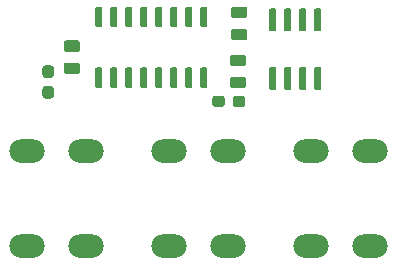
<source format=gbr>
%TF.GenerationSoftware,KiCad,Pcbnew,(5.1.5)-3*%
%TF.CreationDate,2021-03-01T19:21:26+01:00*%
%TF.ProjectId,LandstromWarnung,4c616e64-7374-4726-9f6d-5761726e756e,rev?*%
%TF.SameCoordinates,Original*%
%TF.FileFunction,Paste,Top*%
%TF.FilePolarity,Positive*%
%FSLAX46Y46*%
G04 Gerber Fmt 4.6, Leading zero omitted, Abs format (unit mm)*
G04 Created by KiCad (PCBNEW (5.1.5)-3) date 2021-03-01 19:21:26*
%MOMM*%
%LPD*%
G04 APERTURE LIST*
%ADD10O,3.000000X2.000000*%
%ADD11C,0.100000*%
G04 APERTURE END LIST*
D10*
%TO.C,J3*%
X44500000Y-32000000D03*
X39500000Y-32000000D03*
%TD*%
%TO.C,J7*%
X32500000Y-24000000D03*
X27500000Y-24000000D03*
%TD*%
%TO.C,J8*%
X32500000Y-32000000D03*
X27500000Y-32000000D03*
%TD*%
%TO.C,J9*%
X20500000Y-24000000D03*
X15500000Y-24000000D03*
%TD*%
%TO.C,J10*%
X20500000Y-32000000D03*
X15500000Y-32000000D03*
%TD*%
%TO.C,J11*%
X44500000Y-24000000D03*
X39500000Y-24000000D03*
%TD*%
D11*
%TO.C,F2*%
G36*
X17532779Y-16722744D02*
G01*
X17555834Y-16726163D01*
X17578443Y-16731827D01*
X17600387Y-16739679D01*
X17621457Y-16749644D01*
X17641448Y-16761626D01*
X17660168Y-16775510D01*
X17677438Y-16791162D01*
X17693090Y-16808432D01*
X17706974Y-16827152D01*
X17718956Y-16847143D01*
X17728921Y-16868213D01*
X17736773Y-16890157D01*
X17742437Y-16912766D01*
X17745856Y-16935821D01*
X17747000Y-16959100D01*
X17747000Y-17534100D01*
X17745856Y-17557379D01*
X17742437Y-17580434D01*
X17736773Y-17603043D01*
X17728921Y-17624987D01*
X17718956Y-17646057D01*
X17706974Y-17666048D01*
X17693090Y-17684768D01*
X17677438Y-17702038D01*
X17660168Y-17717690D01*
X17641448Y-17731574D01*
X17621457Y-17743556D01*
X17600387Y-17753521D01*
X17578443Y-17761373D01*
X17555834Y-17767037D01*
X17532779Y-17770456D01*
X17509500Y-17771600D01*
X17034500Y-17771600D01*
X17011221Y-17770456D01*
X16988166Y-17767037D01*
X16965557Y-17761373D01*
X16943613Y-17753521D01*
X16922543Y-17743556D01*
X16902552Y-17731574D01*
X16883832Y-17717690D01*
X16866562Y-17702038D01*
X16850910Y-17684768D01*
X16837026Y-17666048D01*
X16825044Y-17646057D01*
X16815079Y-17624987D01*
X16807227Y-17603043D01*
X16801563Y-17580434D01*
X16798144Y-17557379D01*
X16797000Y-17534100D01*
X16797000Y-16959100D01*
X16798144Y-16935821D01*
X16801563Y-16912766D01*
X16807227Y-16890157D01*
X16815079Y-16868213D01*
X16825044Y-16847143D01*
X16837026Y-16827152D01*
X16850910Y-16808432D01*
X16866562Y-16791162D01*
X16883832Y-16775510D01*
X16902552Y-16761626D01*
X16922543Y-16749644D01*
X16943613Y-16739679D01*
X16965557Y-16731827D01*
X16988166Y-16726163D01*
X17011221Y-16722744D01*
X17034500Y-16721600D01*
X17509500Y-16721600D01*
X17532779Y-16722744D01*
G37*
G36*
X17532779Y-18472744D02*
G01*
X17555834Y-18476163D01*
X17578443Y-18481827D01*
X17600387Y-18489679D01*
X17621457Y-18499644D01*
X17641448Y-18511626D01*
X17660168Y-18525510D01*
X17677438Y-18541162D01*
X17693090Y-18558432D01*
X17706974Y-18577152D01*
X17718956Y-18597143D01*
X17728921Y-18618213D01*
X17736773Y-18640157D01*
X17742437Y-18662766D01*
X17745856Y-18685821D01*
X17747000Y-18709100D01*
X17747000Y-19284100D01*
X17745856Y-19307379D01*
X17742437Y-19330434D01*
X17736773Y-19353043D01*
X17728921Y-19374987D01*
X17718956Y-19396057D01*
X17706974Y-19416048D01*
X17693090Y-19434768D01*
X17677438Y-19452038D01*
X17660168Y-19467690D01*
X17641448Y-19481574D01*
X17621457Y-19493556D01*
X17600387Y-19503521D01*
X17578443Y-19511373D01*
X17555834Y-19517037D01*
X17532779Y-19520456D01*
X17509500Y-19521600D01*
X17034500Y-19521600D01*
X17011221Y-19520456D01*
X16988166Y-19517037D01*
X16965557Y-19511373D01*
X16943613Y-19503521D01*
X16922543Y-19493556D01*
X16902552Y-19481574D01*
X16883832Y-19467690D01*
X16866562Y-19452038D01*
X16850910Y-19434768D01*
X16837026Y-19416048D01*
X16825044Y-19396057D01*
X16815079Y-19374987D01*
X16807227Y-19353043D01*
X16801563Y-19330434D01*
X16798144Y-19307379D01*
X16797000Y-19284100D01*
X16797000Y-18709100D01*
X16798144Y-18685821D01*
X16801563Y-18662766D01*
X16807227Y-18640157D01*
X16815079Y-18618213D01*
X16825044Y-18597143D01*
X16837026Y-18577152D01*
X16850910Y-18558432D01*
X16866562Y-18541162D01*
X16883832Y-18525510D01*
X16902552Y-18511626D01*
X16922543Y-18499644D01*
X16943613Y-18489679D01*
X16965557Y-18481827D01*
X16988166Y-18476163D01*
X17011221Y-18472744D01*
X17034500Y-18471600D01*
X17509500Y-18471600D01*
X17532779Y-18472744D01*
G37*
%TD*%
%TO.C,F1*%
G36*
X32009979Y-19287344D02*
G01*
X32033034Y-19290763D01*
X32055643Y-19296427D01*
X32077587Y-19304279D01*
X32098657Y-19314244D01*
X32118648Y-19326226D01*
X32137368Y-19340110D01*
X32154638Y-19355762D01*
X32170290Y-19373032D01*
X32184174Y-19391752D01*
X32196156Y-19411743D01*
X32206121Y-19432813D01*
X32213973Y-19454757D01*
X32219637Y-19477366D01*
X32223056Y-19500421D01*
X32224200Y-19523700D01*
X32224200Y-19998700D01*
X32223056Y-20021979D01*
X32219637Y-20045034D01*
X32213973Y-20067643D01*
X32206121Y-20089587D01*
X32196156Y-20110657D01*
X32184174Y-20130648D01*
X32170290Y-20149368D01*
X32154638Y-20166638D01*
X32137368Y-20182290D01*
X32118648Y-20196174D01*
X32098657Y-20208156D01*
X32077587Y-20218121D01*
X32055643Y-20225973D01*
X32033034Y-20231637D01*
X32009979Y-20235056D01*
X31986700Y-20236200D01*
X31411700Y-20236200D01*
X31388421Y-20235056D01*
X31365366Y-20231637D01*
X31342757Y-20225973D01*
X31320813Y-20218121D01*
X31299743Y-20208156D01*
X31279752Y-20196174D01*
X31261032Y-20182290D01*
X31243762Y-20166638D01*
X31228110Y-20149368D01*
X31214226Y-20130648D01*
X31202244Y-20110657D01*
X31192279Y-20089587D01*
X31184427Y-20067643D01*
X31178763Y-20045034D01*
X31175344Y-20021979D01*
X31174200Y-19998700D01*
X31174200Y-19523700D01*
X31175344Y-19500421D01*
X31178763Y-19477366D01*
X31184427Y-19454757D01*
X31192279Y-19432813D01*
X31202244Y-19411743D01*
X31214226Y-19391752D01*
X31228110Y-19373032D01*
X31243762Y-19355762D01*
X31261032Y-19340110D01*
X31279752Y-19326226D01*
X31299743Y-19314244D01*
X31320813Y-19304279D01*
X31342757Y-19296427D01*
X31365366Y-19290763D01*
X31388421Y-19287344D01*
X31411700Y-19286200D01*
X31986700Y-19286200D01*
X32009979Y-19287344D01*
G37*
G36*
X33759979Y-19287344D02*
G01*
X33783034Y-19290763D01*
X33805643Y-19296427D01*
X33827587Y-19304279D01*
X33848657Y-19314244D01*
X33868648Y-19326226D01*
X33887368Y-19340110D01*
X33904638Y-19355762D01*
X33920290Y-19373032D01*
X33934174Y-19391752D01*
X33946156Y-19411743D01*
X33956121Y-19432813D01*
X33963973Y-19454757D01*
X33969637Y-19477366D01*
X33973056Y-19500421D01*
X33974200Y-19523700D01*
X33974200Y-19998700D01*
X33973056Y-20021979D01*
X33969637Y-20045034D01*
X33963973Y-20067643D01*
X33956121Y-20089587D01*
X33946156Y-20110657D01*
X33934174Y-20130648D01*
X33920290Y-20149368D01*
X33904638Y-20166638D01*
X33887368Y-20182290D01*
X33868648Y-20196174D01*
X33848657Y-20208156D01*
X33827587Y-20218121D01*
X33805643Y-20225973D01*
X33783034Y-20231637D01*
X33759979Y-20235056D01*
X33736700Y-20236200D01*
X33161700Y-20236200D01*
X33138421Y-20235056D01*
X33115366Y-20231637D01*
X33092757Y-20225973D01*
X33070813Y-20218121D01*
X33049743Y-20208156D01*
X33029752Y-20196174D01*
X33011032Y-20182290D01*
X32993762Y-20166638D01*
X32978110Y-20149368D01*
X32964226Y-20130648D01*
X32952244Y-20110657D01*
X32942279Y-20089587D01*
X32934427Y-20067643D01*
X32928763Y-20045034D01*
X32925344Y-20021979D01*
X32924200Y-19998700D01*
X32924200Y-19523700D01*
X32925344Y-19500421D01*
X32928763Y-19477366D01*
X32934427Y-19454757D01*
X32942279Y-19432813D01*
X32952244Y-19411743D01*
X32964226Y-19391752D01*
X32978110Y-19373032D01*
X32993762Y-19355762D01*
X33011032Y-19340110D01*
X33029752Y-19326226D01*
X33049743Y-19314244D01*
X33070813Y-19304279D01*
X33092757Y-19296427D01*
X33115366Y-19290763D01*
X33138421Y-19287344D01*
X33161700Y-19286200D01*
X33736700Y-19286200D01*
X33759979Y-19287344D01*
G37*
%TD*%
%TO.C,Q2*%
G36*
X40271303Y-11892322D02*
G01*
X40285864Y-11894482D01*
X40300143Y-11898059D01*
X40314003Y-11903018D01*
X40327310Y-11909312D01*
X40339936Y-11916880D01*
X40351759Y-11925648D01*
X40362666Y-11935534D01*
X40372552Y-11946441D01*
X40381320Y-11958264D01*
X40388888Y-11970890D01*
X40395182Y-11984197D01*
X40400141Y-11998057D01*
X40403718Y-12012336D01*
X40405878Y-12026897D01*
X40406600Y-12041600D01*
X40406600Y-13691600D01*
X40405878Y-13706303D01*
X40403718Y-13720864D01*
X40400141Y-13735143D01*
X40395182Y-13749003D01*
X40388888Y-13762310D01*
X40381320Y-13774936D01*
X40372552Y-13786759D01*
X40362666Y-13797666D01*
X40351759Y-13807552D01*
X40339936Y-13816320D01*
X40327310Y-13823888D01*
X40314003Y-13830182D01*
X40300143Y-13835141D01*
X40285864Y-13838718D01*
X40271303Y-13840878D01*
X40256600Y-13841600D01*
X39956600Y-13841600D01*
X39941897Y-13840878D01*
X39927336Y-13838718D01*
X39913057Y-13835141D01*
X39899197Y-13830182D01*
X39885890Y-13823888D01*
X39873264Y-13816320D01*
X39861441Y-13807552D01*
X39850534Y-13797666D01*
X39840648Y-13786759D01*
X39831880Y-13774936D01*
X39824312Y-13762310D01*
X39818018Y-13749003D01*
X39813059Y-13735143D01*
X39809482Y-13720864D01*
X39807322Y-13706303D01*
X39806600Y-13691600D01*
X39806600Y-12041600D01*
X39807322Y-12026897D01*
X39809482Y-12012336D01*
X39813059Y-11998057D01*
X39818018Y-11984197D01*
X39824312Y-11970890D01*
X39831880Y-11958264D01*
X39840648Y-11946441D01*
X39850534Y-11935534D01*
X39861441Y-11925648D01*
X39873264Y-11916880D01*
X39885890Y-11909312D01*
X39899197Y-11903018D01*
X39913057Y-11898059D01*
X39927336Y-11894482D01*
X39941897Y-11892322D01*
X39956600Y-11891600D01*
X40256600Y-11891600D01*
X40271303Y-11892322D01*
G37*
G36*
X39001303Y-11892322D02*
G01*
X39015864Y-11894482D01*
X39030143Y-11898059D01*
X39044003Y-11903018D01*
X39057310Y-11909312D01*
X39069936Y-11916880D01*
X39081759Y-11925648D01*
X39092666Y-11935534D01*
X39102552Y-11946441D01*
X39111320Y-11958264D01*
X39118888Y-11970890D01*
X39125182Y-11984197D01*
X39130141Y-11998057D01*
X39133718Y-12012336D01*
X39135878Y-12026897D01*
X39136600Y-12041600D01*
X39136600Y-13691600D01*
X39135878Y-13706303D01*
X39133718Y-13720864D01*
X39130141Y-13735143D01*
X39125182Y-13749003D01*
X39118888Y-13762310D01*
X39111320Y-13774936D01*
X39102552Y-13786759D01*
X39092666Y-13797666D01*
X39081759Y-13807552D01*
X39069936Y-13816320D01*
X39057310Y-13823888D01*
X39044003Y-13830182D01*
X39030143Y-13835141D01*
X39015864Y-13838718D01*
X39001303Y-13840878D01*
X38986600Y-13841600D01*
X38686600Y-13841600D01*
X38671897Y-13840878D01*
X38657336Y-13838718D01*
X38643057Y-13835141D01*
X38629197Y-13830182D01*
X38615890Y-13823888D01*
X38603264Y-13816320D01*
X38591441Y-13807552D01*
X38580534Y-13797666D01*
X38570648Y-13786759D01*
X38561880Y-13774936D01*
X38554312Y-13762310D01*
X38548018Y-13749003D01*
X38543059Y-13735143D01*
X38539482Y-13720864D01*
X38537322Y-13706303D01*
X38536600Y-13691600D01*
X38536600Y-12041600D01*
X38537322Y-12026897D01*
X38539482Y-12012336D01*
X38543059Y-11998057D01*
X38548018Y-11984197D01*
X38554312Y-11970890D01*
X38561880Y-11958264D01*
X38570648Y-11946441D01*
X38580534Y-11935534D01*
X38591441Y-11925648D01*
X38603264Y-11916880D01*
X38615890Y-11909312D01*
X38629197Y-11903018D01*
X38643057Y-11898059D01*
X38657336Y-11894482D01*
X38671897Y-11892322D01*
X38686600Y-11891600D01*
X38986600Y-11891600D01*
X39001303Y-11892322D01*
G37*
G36*
X37731303Y-11892322D02*
G01*
X37745864Y-11894482D01*
X37760143Y-11898059D01*
X37774003Y-11903018D01*
X37787310Y-11909312D01*
X37799936Y-11916880D01*
X37811759Y-11925648D01*
X37822666Y-11935534D01*
X37832552Y-11946441D01*
X37841320Y-11958264D01*
X37848888Y-11970890D01*
X37855182Y-11984197D01*
X37860141Y-11998057D01*
X37863718Y-12012336D01*
X37865878Y-12026897D01*
X37866600Y-12041600D01*
X37866600Y-13691600D01*
X37865878Y-13706303D01*
X37863718Y-13720864D01*
X37860141Y-13735143D01*
X37855182Y-13749003D01*
X37848888Y-13762310D01*
X37841320Y-13774936D01*
X37832552Y-13786759D01*
X37822666Y-13797666D01*
X37811759Y-13807552D01*
X37799936Y-13816320D01*
X37787310Y-13823888D01*
X37774003Y-13830182D01*
X37760143Y-13835141D01*
X37745864Y-13838718D01*
X37731303Y-13840878D01*
X37716600Y-13841600D01*
X37416600Y-13841600D01*
X37401897Y-13840878D01*
X37387336Y-13838718D01*
X37373057Y-13835141D01*
X37359197Y-13830182D01*
X37345890Y-13823888D01*
X37333264Y-13816320D01*
X37321441Y-13807552D01*
X37310534Y-13797666D01*
X37300648Y-13786759D01*
X37291880Y-13774936D01*
X37284312Y-13762310D01*
X37278018Y-13749003D01*
X37273059Y-13735143D01*
X37269482Y-13720864D01*
X37267322Y-13706303D01*
X37266600Y-13691600D01*
X37266600Y-12041600D01*
X37267322Y-12026897D01*
X37269482Y-12012336D01*
X37273059Y-11998057D01*
X37278018Y-11984197D01*
X37284312Y-11970890D01*
X37291880Y-11958264D01*
X37300648Y-11946441D01*
X37310534Y-11935534D01*
X37321441Y-11925648D01*
X37333264Y-11916880D01*
X37345890Y-11909312D01*
X37359197Y-11903018D01*
X37373057Y-11898059D01*
X37387336Y-11894482D01*
X37401897Y-11892322D01*
X37416600Y-11891600D01*
X37716600Y-11891600D01*
X37731303Y-11892322D01*
G37*
G36*
X36461303Y-11892322D02*
G01*
X36475864Y-11894482D01*
X36490143Y-11898059D01*
X36504003Y-11903018D01*
X36517310Y-11909312D01*
X36529936Y-11916880D01*
X36541759Y-11925648D01*
X36552666Y-11935534D01*
X36562552Y-11946441D01*
X36571320Y-11958264D01*
X36578888Y-11970890D01*
X36585182Y-11984197D01*
X36590141Y-11998057D01*
X36593718Y-12012336D01*
X36595878Y-12026897D01*
X36596600Y-12041600D01*
X36596600Y-13691600D01*
X36595878Y-13706303D01*
X36593718Y-13720864D01*
X36590141Y-13735143D01*
X36585182Y-13749003D01*
X36578888Y-13762310D01*
X36571320Y-13774936D01*
X36562552Y-13786759D01*
X36552666Y-13797666D01*
X36541759Y-13807552D01*
X36529936Y-13816320D01*
X36517310Y-13823888D01*
X36504003Y-13830182D01*
X36490143Y-13835141D01*
X36475864Y-13838718D01*
X36461303Y-13840878D01*
X36446600Y-13841600D01*
X36146600Y-13841600D01*
X36131897Y-13840878D01*
X36117336Y-13838718D01*
X36103057Y-13835141D01*
X36089197Y-13830182D01*
X36075890Y-13823888D01*
X36063264Y-13816320D01*
X36051441Y-13807552D01*
X36040534Y-13797666D01*
X36030648Y-13786759D01*
X36021880Y-13774936D01*
X36014312Y-13762310D01*
X36008018Y-13749003D01*
X36003059Y-13735143D01*
X35999482Y-13720864D01*
X35997322Y-13706303D01*
X35996600Y-13691600D01*
X35996600Y-12041600D01*
X35997322Y-12026897D01*
X35999482Y-12012336D01*
X36003059Y-11998057D01*
X36008018Y-11984197D01*
X36014312Y-11970890D01*
X36021880Y-11958264D01*
X36030648Y-11946441D01*
X36040534Y-11935534D01*
X36051441Y-11925648D01*
X36063264Y-11916880D01*
X36075890Y-11909312D01*
X36089197Y-11903018D01*
X36103057Y-11898059D01*
X36117336Y-11894482D01*
X36131897Y-11892322D01*
X36146600Y-11891600D01*
X36446600Y-11891600D01*
X36461303Y-11892322D01*
G37*
G36*
X36461303Y-16842322D02*
G01*
X36475864Y-16844482D01*
X36490143Y-16848059D01*
X36504003Y-16853018D01*
X36517310Y-16859312D01*
X36529936Y-16866880D01*
X36541759Y-16875648D01*
X36552666Y-16885534D01*
X36562552Y-16896441D01*
X36571320Y-16908264D01*
X36578888Y-16920890D01*
X36585182Y-16934197D01*
X36590141Y-16948057D01*
X36593718Y-16962336D01*
X36595878Y-16976897D01*
X36596600Y-16991600D01*
X36596600Y-18641600D01*
X36595878Y-18656303D01*
X36593718Y-18670864D01*
X36590141Y-18685143D01*
X36585182Y-18699003D01*
X36578888Y-18712310D01*
X36571320Y-18724936D01*
X36562552Y-18736759D01*
X36552666Y-18747666D01*
X36541759Y-18757552D01*
X36529936Y-18766320D01*
X36517310Y-18773888D01*
X36504003Y-18780182D01*
X36490143Y-18785141D01*
X36475864Y-18788718D01*
X36461303Y-18790878D01*
X36446600Y-18791600D01*
X36146600Y-18791600D01*
X36131897Y-18790878D01*
X36117336Y-18788718D01*
X36103057Y-18785141D01*
X36089197Y-18780182D01*
X36075890Y-18773888D01*
X36063264Y-18766320D01*
X36051441Y-18757552D01*
X36040534Y-18747666D01*
X36030648Y-18736759D01*
X36021880Y-18724936D01*
X36014312Y-18712310D01*
X36008018Y-18699003D01*
X36003059Y-18685143D01*
X35999482Y-18670864D01*
X35997322Y-18656303D01*
X35996600Y-18641600D01*
X35996600Y-16991600D01*
X35997322Y-16976897D01*
X35999482Y-16962336D01*
X36003059Y-16948057D01*
X36008018Y-16934197D01*
X36014312Y-16920890D01*
X36021880Y-16908264D01*
X36030648Y-16896441D01*
X36040534Y-16885534D01*
X36051441Y-16875648D01*
X36063264Y-16866880D01*
X36075890Y-16859312D01*
X36089197Y-16853018D01*
X36103057Y-16848059D01*
X36117336Y-16844482D01*
X36131897Y-16842322D01*
X36146600Y-16841600D01*
X36446600Y-16841600D01*
X36461303Y-16842322D01*
G37*
G36*
X37731303Y-16842322D02*
G01*
X37745864Y-16844482D01*
X37760143Y-16848059D01*
X37774003Y-16853018D01*
X37787310Y-16859312D01*
X37799936Y-16866880D01*
X37811759Y-16875648D01*
X37822666Y-16885534D01*
X37832552Y-16896441D01*
X37841320Y-16908264D01*
X37848888Y-16920890D01*
X37855182Y-16934197D01*
X37860141Y-16948057D01*
X37863718Y-16962336D01*
X37865878Y-16976897D01*
X37866600Y-16991600D01*
X37866600Y-18641600D01*
X37865878Y-18656303D01*
X37863718Y-18670864D01*
X37860141Y-18685143D01*
X37855182Y-18699003D01*
X37848888Y-18712310D01*
X37841320Y-18724936D01*
X37832552Y-18736759D01*
X37822666Y-18747666D01*
X37811759Y-18757552D01*
X37799936Y-18766320D01*
X37787310Y-18773888D01*
X37774003Y-18780182D01*
X37760143Y-18785141D01*
X37745864Y-18788718D01*
X37731303Y-18790878D01*
X37716600Y-18791600D01*
X37416600Y-18791600D01*
X37401897Y-18790878D01*
X37387336Y-18788718D01*
X37373057Y-18785141D01*
X37359197Y-18780182D01*
X37345890Y-18773888D01*
X37333264Y-18766320D01*
X37321441Y-18757552D01*
X37310534Y-18747666D01*
X37300648Y-18736759D01*
X37291880Y-18724936D01*
X37284312Y-18712310D01*
X37278018Y-18699003D01*
X37273059Y-18685143D01*
X37269482Y-18670864D01*
X37267322Y-18656303D01*
X37266600Y-18641600D01*
X37266600Y-16991600D01*
X37267322Y-16976897D01*
X37269482Y-16962336D01*
X37273059Y-16948057D01*
X37278018Y-16934197D01*
X37284312Y-16920890D01*
X37291880Y-16908264D01*
X37300648Y-16896441D01*
X37310534Y-16885534D01*
X37321441Y-16875648D01*
X37333264Y-16866880D01*
X37345890Y-16859312D01*
X37359197Y-16853018D01*
X37373057Y-16848059D01*
X37387336Y-16844482D01*
X37401897Y-16842322D01*
X37416600Y-16841600D01*
X37716600Y-16841600D01*
X37731303Y-16842322D01*
G37*
G36*
X39001303Y-16842322D02*
G01*
X39015864Y-16844482D01*
X39030143Y-16848059D01*
X39044003Y-16853018D01*
X39057310Y-16859312D01*
X39069936Y-16866880D01*
X39081759Y-16875648D01*
X39092666Y-16885534D01*
X39102552Y-16896441D01*
X39111320Y-16908264D01*
X39118888Y-16920890D01*
X39125182Y-16934197D01*
X39130141Y-16948057D01*
X39133718Y-16962336D01*
X39135878Y-16976897D01*
X39136600Y-16991600D01*
X39136600Y-18641600D01*
X39135878Y-18656303D01*
X39133718Y-18670864D01*
X39130141Y-18685143D01*
X39125182Y-18699003D01*
X39118888Y-18712310D01*
X39111320Y-18724936D01*
X39102552Y-18736759D01*
X39092666Y-18747666D01*
X39081759Y-18757552D01*
X39069936Y-18766320D01*
X39057310Y-18773888D01*
X39044003Y-18780182D01*
X39030143Y-18785141D01*
X39015864Y-18788718D01*
X39001303Y-18790878D01*
X38986600Y-18791600D01*
X38686600Y-18791600D01*
X38671897Y-18790878D01*
X38657336Y-18788718D01*
X38643057Y-18785141D01*
X38629197Y-18780182D01*
X38615890Y-18773888D01*
X38603264Y-18766320D01*
X38591441Y-18757552D01*
X38580534Y-18747666D01*
X38570648Y-18736759D01*
X38561880Y-18724936D01*
X38554312Y-18712310D01*
X38548018Y-18699003D01*
X38543059Y-18685143D01*
X38539482Y-18670864D01*
X38537322Y-18656303D01*
X38536600Y-18641600D01*
X38536600Y-16991600D01*
X38537322Y-16976897D01*
X38539482Y-16962336D01*
X38543059Y-16948057D01*
X38548018Y-16934197D01*
X38554312Y-16920890D01*
X38561880Y-16908264D01*
X38570648Y-16896441D01*
X38580534Y-16885534D01*
X38591441Y-16875648D01*
X38603264Y-16866880D01*
X38615890Y-16859312D01*
X38629197Y-16853018D01*
X38643057Y-16848059D01*
X38657336Y-16844482D01*
X38671897Y-16842322D01*
X38686600Y-16841600D01*
X38986600Y-16841600D01*
X39001303Y-16842322D01*
G37*
G36*
X40271303Y-16842322D02*
G01*
X40285864Y-16844482D01*
X40300143Y-16848059D01*
X40314003Y-16853018D01*
X40327310Y-16859312D01*
X40339936Y-16866880D01*
X40351759Y-16875648D01*
X40362666Y-16885534D01*
X40372552Y-16896441D01*
X40381320Y-16908264D01*
X40388888Y-16920890D01*
X40395182Y-16934197D01*
X40400141Y-16948057D01*
X40403718Y-16962336D01*
X40405878Y-16976897D01*
X40406600Y-16991600D01*
X40406600Y-18641600D01*
X40405878Y-18656303D01*
X40403718Y-18670864D01*
X40400141Y-18685143D01*
X40395182Y-18699003D01*
X40388888Y-18712310D01*
X40381320Y-18724936D01*
X40372552Y-18736759D01*
X40362666Y-18747666D01*
X40351759Y-18757552D01*
X40339936Y-18766320D01*
X40327310Y-18773888D01*
X40314003Y-18780182D01*
X40300143Y-18785141D01*
X40285864Y-18788718D01*
X40271303Y-18790878D01*
X40256600Y-18791600D01*
X39956600Y-18791600D01*
X39941897Y-18790878D01*
X39927336Y-18788718D01*
X39913057Y-18785141D01*
X39899197Y-18780182D01*
X39885890Y-18773888D01*
X39873264Y-18766320D01*
X39861441Y-18757552D01*
X39850534Y-18747666D01*
X39840648Y-18736759D01*
X39831880Y-18724936D01*
X39824312Y-18712310D01*
X39818018Y-18699003D01*
X39813059Y-18685143D01*
X39809482Y-18670864D01*
X39807322Y-18656303D01*
X39806600Y-18641600D01*
X39806600Y-16991600D01*
X39807322Y-16976897D01*
X39809482Y-16962336D01*
X39813059Y-16948057D01*
X39818018Y-16934197D01*
X39824312Y-16920890D01*
X39831880Y-16908264D01*
X39840648Y-16896441D01*
X39850534Y-16885534D01*
X39861441Y-16875648D01*
X39873264Y-16866880D01*
X39885890Y-16859312D01*
X39899197Y-16853018D01*
X39913057Y-16848059D01*
X39927336Y-16844482D01*
X39941897Y-16842322D01*
X39956600Y-16841600D01*
X40256600Y-16841600D01*
X40271303Y-16842322D01*
G37*
%TD*%
%TO.C,R4*%
G36*
X19758742Y-14601274D02*
G01*
X19782403Y-14604784D01*
X19805607Y-14610596D01*
X19828129Y-14618654D01*
X19849753Y-14628882D01*
X19870270Y-14641179D01*
X19889483Y-14655429D01*
X19907207Y-14671493D01*
X19923271Y-14689217D01*
X19937521Y-14708430D01*
X19949818Y-14728947D01*
X19960046Y-14750571D01*
X19968104Y-14773093D01*
X19973916Y-14796297D01*
X19977426Y-14819958D01*
X19978600Y-14843850D01*
X19978600Y-15331350D01*
X19977426Y-15355242D01*
X19973916Y-15378903D01*
X19968104Y-15402107D01*
X19960046Y-15424629D01*
X19949818Y-15446253D01*
X19937521Y-15466770D01*
X19923271Y-15485983D01*
X19907207Y-15503707D01*
X19889483Y-15519771D01*
X19870270Y-15534021D01*
X19849753Y-15546318D01*
X19828129Y-15556546D01*
X19805607Y-15564604D01*
X19782403Y-15570416D01*
X19758742Y-15573926D01*
X19734850Y-15575100D01*
X18822350Y-15575100D01*
X18798458Y-15573926D01*
X18774797Y-15570416D01*
X18751593Y-15564604D01*
X18729071Y-15556546D01*
X18707447Y-15546318D01*
X18686930Y-15534021D01*
X18667717Y-15519771D01*
X18649993Y-15503707D01*
X18633929Y-15485983D01*
X18619679Y-15466770D01*
X18607382Y-15446253D01*
X18597154Y-15424629D01*
X18589096Y-15402107D01*
X18583284Y-15378903D01*
X18579774Y-15355242D01*
X18578600Y-15331350D01*
X18578600Y-14843850D01*
X18579774Y-14819958D01*
X18583284Y-14796297D01*
X18589096Y-14773093D01*
X18597154Y-14750571D01*
X18607382Y-14728947D01*
X18619679Y-14708430D01*
X18633929Y-14689217D01*
X18649993Y-14671493D01*
X18667717Y-14655429D01*
X18686930Y-14641179D01*
X18707447Y-14628882D01*
X18729071Y-14618654D01*
X18751593Y-14610596D01*
X18774797Y-14604784D01*
X18798458Y-14601274D01*
X18822350Y-14600100D01*
X19734850Y-14600100D01*
X19758742Y-14601274D01*
G37*
G36*
X19758742Y-16476274D02*
G01*
X19782403Y-16479784D01*
X19805607Y-16485596D01*
X19828129Y-16493654D01*
X19849753Y-16503882D01*
X19870270Y-16516179D01*
X19889483Y-16530429D01*
X19907207Y-16546493D01*
X19923271Y-16564217D01*
X19937521Y-16583430D01*
X19949818Y-16603947D01*
X19960046Y-16625571D01*
X19968104Y-16648093D01*
X19973916Y-16671297D01*
X19977426Y-16694958D01*
X19978600Y-16718850D01*
X19978600Y-17206350D01*
X19977426Y-17230242D01*
X19973916Y-17253903D01*
X19968104Y-17277107D01*
X19960046Y-17299629D01*
X19949818Y-17321253D01*
X19937521Y-17341770D01*
X19923271Y-17360983D01*
X19907207Y-17378707D01*
X19889483Y-17394771D01*
X19870270Y-17409021D01*
X19849753Y-17421318D01*
X19828129Y-17431546D01*
X19805607Y-17439604D01*
X19782403Y-17445416D01*
X19758742Y-17448926D01*
X19734850Y-17450100D01*
X18822350Y-17450100D01*
X18798458Y-17448926D01*
X18774797Y-17445416D01*
X18751593Y-17439604D01*
X18729071Y-17431546D01*
X18707447Y-17421318D01*
X18686930Y-17409021D01*
X18667717Y-17394771D01*
X18649993Y-17378707D01*
X18633929Y-17360983D01*
X18619679Y-17341770D01*
X18607382Y-17321253D01*
X18597154Y-17299629D01*
X18589096Y-17277107D01*
X18583284Y-17253903D01*
X18579774Y-17230242D01*
X18578600Y-17206350D01*
X18578600Y-16718850D01*
X18579774Y-16694958D01*
X18583284Y-16671297D01*
X18589096Y-16648093D01*
X18597154Y-16625571D01*
X18607382Y-16603947D01*
X18619679Y-16583430D01*
X18633929Y-16564217D01*
X18649993Y-16546493D01*
X18667717Y-16530429D01*
X18686930Y-16516179D01*
X18707447Y-16503882D01*
X18729071Y-16493654D01*
X18751593Y-16485596D01*
X18774797Y-16479784D01*
X18798458Y-16476274D01*
X18822350Y-16475100D01*
X19734850Y-16475100D01*
X19758742Y-16476274D01*
G37*
%TD*%
%TO.C,R6*%
G36*
X33931942Y-13610674D02*
G01*
X33955603Y-13614184D01*
X33978807Y-13619996D01*
X34001329Y-13628054D01*
X34022953Y-13638282D01*
X34043470Y-13650579D01*
X34062683Y-13664829D01*
X34080407Y-13680893D01*
X34096471Y-13698617D01*
X34110721Y-13717830D01*
X34123018Y-13738347D01*
X34133246Y-13759971D01*
X34141304Y-13782493D01*
X34147116Y-13805697D01*
X34150626Y-13829358D01*
X34151800Y-13853250D01*
X34151800Y-14340750D01*
X34150626Y-14364642D01*
X34147116Y-14388303D01*
X34141304Y-14411507D01*
X34133246Y-14434029D01*
X34123018Y-14455653D01*
X34110721Y-14476170D01*
X34096471Y-14495383D01*
X34080407Y-14513107D01*
X34062683Y-14529171D01*
X34043470Y-14543421D01*
X34022953Y-14555718D01*
X34001329Y-14565946D01*
X33978807Y-14574004D01*
X33955603Y-14579816D01*
X33931942Y-14583326D01*
X33908050Y-14584500D01*
X32995550Y-14584500D01*
X32971658Y-14583326D01*
X32947997Y-14579816D01*
X32924793Y-14574004D01*
X32902271Y-14565946D01*
X32880647Y-14555718D01*
X32860130Y-14543421D01*
X32840917Y-14529171D01*
X32823193Y-14513107D01*
X32807129Y-14495383D01*
X32792879Y-14476170D01*
X32780582Y-14455653D01*
X32770354Y-14434029D01*
X32762296Y-14411507D01*
X32756484Y-14388303D01*
X32752974Y-14364642D01*
X32751800Y-14340750D01*
X32751800Y-13853250D01*
X32752974Y-13829358D01*
X32756484Y-13805697D01*
X32762296Y-13782493D01*
X32770354Y-13759971D01*
X32780582Y-13738347D01*
X32792879Y-13717830D01*
X32807129Y-13698617D01*
X32823193Y-13680893D01*
X32840917Y-13664829D01*
X32860130Y-13650579D01*
X32880647Y-13638282D01*
X32902271Y-13628054D01*
X32924793Y-13619996D01*
X32947997Y-13614184D01*
X32971658Y-13610674D01*
X32995550Y-13609500D01*
X33908050Y-13609500D01*
X33931942Y-13610674D01*
G37*
G36*
X33931942Y-11735674D02*
G01*
X33955603Y-11739184D01*
X33978807Y-11744996D01*
X34001329Y-11753054D01*
X34022953Y-11763282D01*
X34043470Y-11775579D01*
X34062683Y-11789829D01*
X34080407Y-11805893D01*
X34096471Y-11823617D01*
X34110721Y-11842830D01*
X34123018Y-11863347D01*
X34133246Y-11884971D01*
X34141304Y-11907493D01*
X34147116Y-11930697D01*
X34150626Y-11954358D01*
X34151800Y-11978250D01*
X34151800Y-12465750D01*
X34150626Y-12489642D01*
X34147116Y-12513303D01*
X34141304Y-12536507D01*
X34133246Y-12559029D01*
X34123018Y-12580653D01*
X34110721Y-12601170D01*
X34096471Y-12620383D01*
X34080407Y-12638107D01*
X34062683Y-12654171D01*
X34043470Y-12668421D01*
X34022953Y-12680718D01*
X34001329Y-12690946D01*
X33978807Y-12699004D01*
X33955603Y-12704816D01*
X33931942Y-12708326D01*
X33908050Y-12709500D01*
X32995550Y-12709500D01*
X32971658Y-12708326D01*
X32947997Y-12704816D01*
X32924793Y-12699004D01*
X32902271Y-12690946D01*
X32880647Y-12680718D01*
X32860130Y-12668421D01*
X32840917Y-12654171D01*
X32823193Y-12638107D01*
X32807129Y-12620383D01*
X32792879Y-12601170D01*
X32780582Y-12580653D01*
X32770354Y-12559029D01*
X32762296Y-12536507D01*
X32756484Y-12513303D01*
X32752974Y-12489642D01*
X32751800Y-12465750D01*
X32751800Y-11978250D01*
X32752974Y-11954358D01*
X32756484Y-11930697D01*
X32762296Y-11907493D01*
X32770354Y-11884971D01*
X32780582Y-11863347D01*
X32792879Y-11842830D01*
X32807129Y-11823617D01*
X32823193Y-11805893D01*
X32840917Y-11789829D01*
X32860130Y-11775579D01*
X32880647Y-11763282D01*
X32902271Y-11753054D01*
X32924793Y-11744996D01*
X32947997Y-11739184D01*
X32971658Y-11735674D01*
X32995550Y-11734500D01*
X33908050Y-11734500D01*
X33931942Y-11735674D01*
G37*
%TD*%
%TO.C,R8*%
G36*
X33830342Y-17674674D02*
G01*
X33854003Y-17678184D01*
X33877207Y-17683996D01*
X33899729Y-17692054D01*
X33921353Y-17702282D01*
X33941870Y-17714579D01*
X33961083Y-17728829D01*
X33978807Y-17744893D01*
X33994871Y-17762617D01*
X34009121Y-17781830D01*
X34021418Y-17802347D01*
X34031646Y-17823971D01*
X34039704Y-17846493D01*
X34045516Y-17869697D01*
X34049026Y-17893358D01*
X34050200Y-17917250D01*
X34050200Y-18404750D01*
X34049026Y-18428642D01*
X34045516Y-18452303D01*
X34039704Y-18475507D01*
X34031646Y-18498029D01*
X34021418Y-18519653D01*
X34009121Y-18540170D01*
X33994871Y-18559383D01*
X33978807Y-18577107D01*
X33961083Y-18593171D01*
X33941870Y-18607421D01*
X33921353Y-18619718D01*
X33899729Y-18629946D01*
X33877207Y-18638004D01*
X33854003Y-18643816D01*
X33830342Y-18647326D01*
X33806450Y-18648500D01*
X32893950Y-18648500D01*
X32870058Y-18647326D01*
X32846397Y-18643816D01*
X32823193Y-18638004D01*
X32800671Y-18629946D01*
X32779047Y-18619718D01*
X32758530Y-18607421D01*
X32739317Y-18593171D01*
X32721593Y-18577107D01*
X32705529Y-18559383D01*
X32691279Y-18540170D01*
X32678982Y-18519653D01*
X32668754Y-18498029D01*
X32660696Y-18475507D01*
X32654884Y-18452303D01*
X32651374Y-18428642D01*
X32650200Y-18404750D01*
X32650200Y-17917250D01*
X32651374Y-17893358D01*
X32654884Y-17869697D01*
X32660696Y-17846493D01*
X32668754Y-17823971D01*
X32678982Y-17802347D01*
X32691279Y-17781830D01*
X32705529Y-17762617D01*
X32721593Y-17744893D01*
X32739317Y-17728829D01*
X32758530Y-17714579D01*
X32779047Y-17702282D01*
X32800671Y-17692054D01*
X32823193Y-17683996D01*
X32846397Y-17678184D01*
X32870058Y-17674674D01*
X32893950Y-17673500D01*
X33806450Y-17673500D01*
X33830342Y-17674674D01*
G37*
G36*
X33830342Y-15799674D02*
G01*
X33854003Y-15803184D01*
X33877207Y-15808996D01*
X33899729Y-15817054D01*
X33921353Y-15827282D01*
X33941870Y-15839579D01*
X33961083Y-15853829D01*
X33978807Y-15869893D01*
X33994871Y-15887617D01*
X34009121Y-15906830D01*
X34021418Y-15927347D01*
X34031646Y-15948971D01*
X34039704Y-15971493D01*
X34045516Y-15994697D01*
X34049026Y-16018358D01*
X34050200Y-16042250D01*
X34050200Y-16529750D01*
X34049026Y-16553642D01*
X34045516Y-16577303D01*
X34039704Y-16600507D01*
X34031646Y-16623029D01*
X34021418Y-16644653D01*
X34009121Y-16665170D01*
X33994871Y-16684383D01*
X33978807Y-16702107D01*
X33961083Y-16718171D01*
X33941870Y-16732421D01*
X33921353Y-16744718D01*
X33899729Y-16754946D01*
X33877207Y-16763004D01*
X33854003Y-16768816D01*
X33830342Y-16772326D01*
X33806450Y-16773500D01*
X32893950Y-16773500D01*
X32870058Y-16772326D01*
X32846397Y-16768816D01*
X32823193Y-16763004D01*
X32800671Y-16754946D01*
X32779047Y-16744718D01*
X32758530Y-16732421D01*
X32739317Y-16718171D01*
X32721593Y-16702107D01*
X32705529Y-16684383D01*
X32691279Y-16665170D01*
X32678982Y-16644653D01*
X32668754Y-16623029D01*
X32660696Y-16600507D01*
X32654884Y-16577303D01*
X32651374Y-16553642D01*
X32650200Y-16529750D01*
X32650200Y-16042250D01*
X32651374Y-16018358D01*
X32654884Y-15994697D01*
X32660696Y-15971493D01*
X32668754Y-15948971D01*
X32678982Y-15927347D01*
X32691279Y-15906830D01*
X32705529Y-15887617D01*
X32721593Y-15869893D01*
X32739317Y-15853829D01*
X32758530Y-15839579D01*
X32779047Y-15827282D01*
X32800671Y-15817054D01*
X32823193Y-15808996D01*
X32846397Y-15803184D01*
X32870058Y-15799674D01*
X32893950Y-15798500D01*
X33806450Y-15798500D01*
X33830342Y-15799674D01*
G37*
%TD*%
%TO.C,U5*%
G36*
X30619303Y-11739922D02*
G01*
X30633864Y-11742082D01*
X30648143Y-11745659D01*
X30662003Y-11750618D01*
X30675310Y-11756912D01*
X30687936Y-11764480D01*
X30699759Y-11773248D01*
X30710666Y-11783134D01*
X30720552Y-11794041D01*
X30729320Y-11805864D01*
X30736888Y-11818490D01*
X30743182Y-11831797D01*
X30748141Y-11845657D01*
X30751718Y-11859936D01*
X30753878Y-11874497D01*
X30754600Y-11889200D01*
X30754600Y-13339200D01*
X30753878Y-13353903D01*
X30751718Y-13368464D01*
X30748141Y-13382743D01*
X30743182Y-13396603D01*
X30736888Y-13409910D01*
X30729320Y-13422536D01*
X30720552Y-13434359D01*
X30710666Y-13445266D01*
X30699759Y-13455152D01*
X30687936Y-13463920D01*
X30675310Y-13471488D01*
X30662003Y-13477782D01*
X30648143Y-13482741D01*
X30633864Y-13486318D01*
X30619303Y-13488478D01*
X30604600Y-13489200D01*
X30304600Y-13489200D01*
X30289897Y-13488478D01*
X30275336Y-13486318D01*
X30261057Y-13482741D01*
X30247197Y-13477782D01*
X30233890Y-13471488D01*
X30221264Y-13463920D01*
X30209441Y-13455152D01*
X30198534Y-13445266D01*
X30188648Y-13434359D01*
X30179880Y-13422536D01*
X30172312Y-13409910D01*
X30166018Y-13396603D01*
X30161059Y-13382743D01*
X30157482Y-13368464D01*
X30155322Y-13353903D01*
X30154600Y-13339200D01*
X30154600Y-11889200D01*
X30155322Y-11874497D01*
X30157482Y-11859936D01*
X30161059Y-11845657D01*
X30166018Y-11831797D01*
X30172312Y-11818490D01*
X30179880Y-11805864D01*
X30188648Y-11794041D01*
X30198534Y-11783134D01*
X30209441Y-11773248D01*
X30221264Y-11764480D01*
X30233890Y-11756912D01*
X30247197Y-11750618D01*
X30261057Y-11745659D01*
X30275336Y-11742082D01*
X30289897Y-11739922D01*
X30304600Y-11739200D01*
X30604600Y-11739200D01*
X30619303Y-11739922D01*
G37*
G36*
X29349303Y-11739922D02*
G01*
X29363864Y-11742082D01*
X29378143Y-11745659D01*
X29392003Y-11750618D01*
X29405310Y-11756912D01*
X29417936Y-11764480D01*
X29429759Y-11773248D01*
X29440666Y-11783134D01*
X29450552Y-11794041D01*
X29459320Y-11805864D01*
X29466888Y-11818490D01*
X29473182Y-11831797D01*
X29478141Y-11845657D01*
X29481718Y-11859936D01*
X29483878Y-11874497D01*
X29484600Y-11889200D01*
X29484600Y-13339200D01*
X29483878Y-13353903D01*
X29481718Y-13368464D01*
X29478141Y-13382743D01*
X29473182Y-13396603D01*
X29466888Y-13409910D01*
X29459320Y-13422536D01*
X29450552Y-13434359D01*
X29440666Y-13445266D01*
X29429759Y-13455152D01*
X29417936Y-13463920D01*
X29405310Y-13471488D01*
X29392003Y-13477782D01*
X29378143Y-13482741D01*
X29363864Y-13486318D01*
X29349303Y-13488478D01*
X29334600Y-13489200D01*
X29034600Y-13489200D01*
X29019897Y-13488478D01*
X29005336Y-13486318D01*
X28991057Y-13482741D01*
X28977197Y-13477782D01*
X28963890Y-13471488D01*
X28951264Y-13463920D01*
X28939441Y-13455152D01*
X28928534Y-13445266D01*
X28918648Y-13434359D01*
X28909880Y-13422536D01*
X28902312Y-13409910D01*
X28896018Y-13396603D01*
X28891059Y-13382743D01*
X28887482Y-13368464D01*
X28885322Y-13353903D01*
X28884600Y-13339200D01*
X28884600Y-11889200D01*
X28885322Y-11874497D01*
X28887482Y-11859936D01*
X28891059Y-11845657D01*
X28896018Y-11831797D01*
X28902312Y-11818490D01*
X28909880Y-11805864D01*
X28918648Y-11794041D01*
X28928534Y-11783134D01*
X28939441Y-11773248D01*
X28951264Y-11764480D01*
X28963890Y-11756912D01*
X28977197Y-11750618D01*
X28991057Y-11745659D01*
X29005336Y-11742082D01*
X29019897Y-11739922D01*
X29034600Y-11739200D01*
X29334600Y-11739200D01*
X29349303Y-11739922D01*
G37*
G36*
X28079303Y-11739922D02*
G01*
X28093864Y-11742082D01*
X28108143Y-11745659D01*
X28122003Y-11750618D01*
X28135310Y-11756912D01*
X28147936Y-11764480D01*
X28159759Y-11773248D01*
X28170666Y-11783134D01*
X28180552Y-11794041D01*
X28189320Y-11805864D01*
X28196888Y-11818490D01*
X28203182Y-11831797D01*
X28208141Y-11845657D01*
X28211718Y-11859936D01*
X28213878Y-11874497D01*
X28214600Y-11889200D01*
X28214600Y-13339200D01*
X28213878Y-13353903D01*
X28211718Y-13368464D01*
X28208141Y-13382743D01*
X28203182Y-13396603D01*
X28196888Y-13409910D01*
X28189320Y-13422536D01*
X28180552Y-13434359D01*
X28170666Y-13445266D01*
X28159759Y-13455152D01*
X28147936Y-13463920D01*
X28135310Y-13471488D01*
X28122003Y-13477782D01*
X28108143Y-13482741D01*
X28093864Y-13486318D01*
X28079303Y-13488478D01*
X28064600Y-13489200D01*
X27764600Y-13489200D01*
X27749897Y-13488478D01*
X27735336Y-13486318D01*
X27721057Y-13482741D01*
X27707197Y-13477782D01*
X27693890Y-13471488D01*
X27681264Y-13463920D01*
X27669441Y-13455152D01*
X27658534Y-13445266D01*
X27648648Y-13434359D01*
X27639880Y-13422536D01*
X27632312Y-13409910D01*
X27626018Y-13396603D01*
X27621059Y-13382743D01*
X27617482Y-13368464D01*
X27615322Y-13353903D01*
X27614600Y-13339200D01*
X27614600Y-11889200D01*
X27615322Y-11874497D01*
X27617482Y-11859936D01*
X27621059Y-11845657D01*
X27626018Y-11831797D01*
X27632312Y-11818490D01*
X27639880Y-11805864D01*
X27648648Y-11794041D01*
X27658534Y-11783134D01*
X27669441Y-11773248D01*
X27681264Y-11764480D01*
X27693890Y-11756912D01*
X27707197Y-11750618D01*
X27721057Y-11745659D01*
X27735336Y-11742082D01*
X27749897Y-11739922D01*
X27764600Y-11739200D01*
X28064600Y-11739200D01*
X28079303Y-11739922D01*
G37*
G36*
X26809303Y-11739922D02*
G01*
X26823864Y-11742082D01*
X26838143Y-11745659D01*
X26852003Y-11750618D01*
X26865310Y-11756912D01*
X26877936Y-11764480D01*
X26889759Y-11773248D01*
X26900666Y-11783134D01*
X26910552Y-11794041D01*
X26919320Y-11805864D01*
X26926888Y-11818490D01*
X26933182Y-11831797D01*
X26938141Y-11845657D01*
X26941718Y-11859936D01*
X26943878Y-11874497D01*
X26944600Y-11889200D01*
X26944600Y-13339200D01*
X26943878Y-13353903D01*
X26941718Y-13368464D01*
X26938141Y-13382743D01*
X26933182Y-13396603D01*
X26926888Y-13409910D01*
X26919320Y-13422536D01*
X26910552Y-13434359D01*
X26900666Y-13445266D01*
X26889759Y-13455152D01*
X26877936Y-13463920D01*
X26865310Y-13471488D01*
X26852003Y-13477782D01*
X26838143Y-13482741D01*
X26823864Y-13486318D01*
X26809303Y-13488478D01*
X26794600Y-13489200D01*
X26494600Y-13489200D01*
X26479897Y-13488478D01*
X26465336Y-13486318D01*
X26451057Y-13482741D01*
X26437197Y-13477782D01*
X26423890Y-13471488D01*
X26411264Y-13463920D01*
X26399441Y-13455152D01*
X26388534Y-13445266D01*
X26378648Y-13434359D01*
X26369880Y-13422536D01*
X26362312Y-13409910D01*
X26356018Y-13396603D01*
X26351059Y-13382743D01*
X26347482Y-13368464D01*
X26345322Y-13353903D01*
X26344600Y-13339200D01*
X26344600Y-11889200D01*
X26345322Y-11874497D01*
X26347482Y-11859936D01*
X26351059Y-11845657D01*
X26356018Y-11831797D01*
X26362312Y-11818490D01*
X26369880Y-11805864D01*
X26378648Y-11794041D01*
X26388534Y-11783134D01*
X26399441Y-11773248D01*
X26411264Y-11764480D01*
X26423890Y-11756912D01*
X26437197Y-11750618D01*
X26451057Y-11745659D01*
X26465336Y-11742082D01*
X26479897Y-11739922D01*
X26494600Y-11739200D01*
X26794600Y-11739200D01*
X26809303Y-11739922D01*
G37*
G36*
X26809303Y-16889922D02*
G01*
X26823864Y-16892082D01*
X26838143Y-16895659D01*
X26852003Y-16900618D01*
X26865310Y-16906912D01*
X26877936Y-16914480D01*
X26889759Y-16923248D01*
X26900666Y-16933134D01*
X26910552Y-16944041D01*
X26919320Y-16955864D01*
X26926888Y-16968490D01*
X26933182Y-16981797D01*
X26938141Y-16995657D01*
X26941718Y-17009936D01*
X26943878Y-17024497D01*
X26944600Y-17039200D01*
X26944600Y-18489200D01*
X26943878Y-18503903D01*
X26941718Y-18518464D01*
X26938141Y-18532743D01*
X26933182Y-18546603D01*
X26926888Y-18559910D01*
X26919320Y-18572536D01*
X26910552Y-18584359D01*
X26900666Y-18595266D01*
X26889759Y-18605152D01*
X26877936Y-18613920D01*
X26865310Y-18621488D01*
X26852003Y-18627782D01*
X26838143Y-18632741D01*
X26823864Y-18636318D01*
X26809303Y-18638478D01*
X26794600Y-18639200D01*
X26494600Y-18639200D01*
X26479897Y-18638478D01*
X26465336Y-18636318D01*
X26451057Y-18632741D01*
X26437197Y-18627782D01*
X26423890Y-18621488D01*
X26411264Y-18613920D01*
X26399441Y-18605152D01*
X26388534Y-18595266D01*
X26378648Y-18584359D01*
X26369880Y-18572536D01*
X26362312Y-18559910D01*
X26356018Y-18546603D01*
X26351059Y-18532743D01*
X26347482Y-18518464D01*
X26345322Y-18503903D01*
X26344600Y-18489200D01*
X26344600Y-17039200D01*
X26345322Y-17024497D01*
X26347482Y-17009936D01*
X26351059Y-16995657D01*
X26356018Y-16981797D01*
X26362312Y-16968490D01*
X26369880Y-16955864D01*
X26378648Y-16944041D01*
X26388534Y-16933134D01*
X26399441Y-16923248D01*
X26411264Y-16914480D01*
X26423890Y-16906912D01*
X26437197Y-16900618D01*
X26451057Y-16895659D01*
X26465336Y-16892082D01*
X26479897Y-16889922D01*
X26494600Y-16889200D01*
X26794600Y-16889200D01*
X26809303Y-16889922D01*
G37*
G36*
X28079303Y-16889922D02*
G01*
X28093864Y-16892082D01*
X28108143Y-16895659D01*
X28122003Y-16900618D01*
X28135310Y-16906912D01*
X28147936Y-16914480D01*
X28159759Y-16923248D01*
X28170666Y-16933134D01*
X28180552Y-16944041D01*
X28189320Y-16955864D01*
X28196888Y-16968490D01*
X28203182Y-16981797D01*
X28208141Y-16995657D01*
X28211718Y-17009936D01*
X28213878Y-17024497D01*
X28214600Y-17039200D01*
X28214600Y-18489200D01*
X28213878Y-18503903D01*
X28211718Y-18518464D01*
X28208141Y-18532743D01*
X28203182Y-18546603D01*
X28196888Y-18559910D01*
X28189320Y-18572536D01*
X28180552Y-18584359D01*
X28170666Y-18595266D01*
X28159759Y-18605152D01*
X28147936Y-18613920D01*
X28135310Y-18621488D01*
X28122003Y-18627782D01*
X28108143Y-18632741D01*
X28093864Y-18636318D01*
X28079303Y-18638478D01*
X28064600Y-18639200D01*
X27764600Y-18639200D01*
X27749897Y-18638478D01*
X27735336Y-18636318D01*
X27721057Y-18632741D01*
X27707197Y-18627782D01*
X27693890Y-18621488D01*
X27681264Y-18613920D01*
X27669441Y-18605152D01*
X27658534Y-18595266D01*
X27648648Y-18584359D01*
X27639880Y-18572536D01*
X27632312Y-18559910D01*
X27626018Y-18546603D01*
X27621059Y-18532743D01*
X27617482Y-18518464D01*
X27615322Y-18503903D01*
X27614600Y-18489200D01*
X27614600Y-17039200D01*
X27615322Y-17024497D01*
X27617482Y-17009936D01*
X27621059Y-16995657D01*
X27626018Y-16981797D01*
X27632312Y-16968490D01*
X27639880Y-16955864D01*
X27648648Y-16944041D01*
X27658534Y-16933134D01*
X27669441Y-16923248D01*
X27681264Y-16914480D01*
X27693890Y-16906912D01*
X27707197Y-16900618D01*
X27721057Y-16895659D01*
X27735336Y-16892082D01*
X27749897Y-16889922D01*
X27764600Y-16889200D01*
X28064600Y-16889200D01*
X28079303Y-16889922D01*
G37*
G36*
X29349303Y-16889922D02*
G01*
X29363864Y-16892082D01*
X29378143Y-16895659D01*
X29392003Y-16900618D01*
X29405310Y-16906912D01*
X29417936Y-16914480D01*
X29429759Y-16923248D01*
X29440666Y-16933134D01*
X29450552Y-16944041D01*
X29459320Y-16955864D01*
X29466888Y-16968490D01*
X29473182Y-16981797D01*
X29478141Y-16995657D01*
X29481718Y-17009936D01*
X29483878Y-17024497D01*
X29484600Y-17039200D01*
X29484600Y-18489200D01*
X29483878Y-18503903D01*
X29481718Y-18518464D01*
X29478141Y-18532743D01*
X29473182Y-18546603D01*
X29466888Y-18559910D01*
X29459320Y-18572536D01*
X29450552Y-18584359D01*
X29440666Y-18595266D01*
X29429759Y-18605152D01*
X29417936Y-18613920D01*
X29405310Y-18621488D01*
X29392003Y-18627782D01*
X29378143Y-18632741D01*
X29363864Y-18636318D01*
X29349303Y-18638478D01*
X29334600Y-18639200D01*
X29034600Y-18639200D01*
X29019897Y-18638478D01*
X29005336Y-18636318D01*
X28991057Y-18632741D01*
X28977197Y-18627782D01*
X28963890Y-18621488D01*
X28951264Y-18613920D01*
X28939441Y-18605152D01*
X28928534Y-18595266D01*
X28918648Y-18584359D01*
X28909880Y-18572536D01*
X28902312Y-18559910D01*
X28896018Y-18546603D01*
X28891059Y-18532743D01*
X28887482Y-18518464D01*
X28885322Y-18503903D01*
X28884600Y-18489200D01*
X28884600Y-17039200D01*
X28885322Y-17024497D01*
X28887482Y-17009936D01*
X28891059Y-16995657D01*
X28896018Y-16981797D01*
X28902312Y-16968490D01*
X28909880Y-16955864D01*
X28918648Y-16944041D01*
X28928534Y-16933134D01*
X28939441Y-16923248D01*
X28951264Y-16914480D01*
X28963890Y-16906912D01*
X28977197Y-16900618D01*
X28991057Y-16895659D01*
X29005336Y-16892082D01*
X29019897Y-16889922D01*
X29034600Y-16889200D01*
X29334600Y-16889200D01*
X29349303Y-16889922D01*
G37*
G36*
X30619303Y-16889922D02*
G01*
X30633864Y-16892082D01*
X30648143Y-16895659D01*
X30662003Y-16900618D01*
X30675310Y-16906912D01*
X30687936Y-16914480D01*
X30699759Y-16923248D01*
X30710666Y-16933134D01*
X30720552Y-16944041D01*
X30729320Y-16955864D01*
X30736888Y-16968490D01*
X30743182Y-16981797D01*
X30748141Y-16995657D01*
X30751718Y-17009936D01*
X30753878Y-17024497D01*
X30754600Y-17039200D01*
X30754600Y-18489200D01*
X30753878Y-18503903D01*
X30751718Y-18518464D01*
X30748141Y-18532743D01*
X30743182Y-18546603D01*
X30736888Y-18559910D01*
X30729320Y-18572536D01*
X30720552Y-18584359D01*
X30710666Y-18595266D01*
X30699759Y-18605152D01*
X30687936Y-18613920D01*
X30675310Y-18621488D01*
X30662003Y-18627782D01*
X30648143Y-18632741D01*
X30633864Y-18636318D01*
X30619303Y-18638478D01*
X30604600Y-18639200D01*
X30304600Y-18639200D01*
X30289897Y-18638478D01*
X30275336Y-18636318D01*
X30261057Y-18632741D01*
X30247197Y-18627782D01*
X30233890Y-18621488D01*
X30221264Y-18613920D01*
X30209441Y-18605152D01*
X30198534Y-18595266D01*
X30188648Y-18584359D01*
X30179880Y-18572536D01*
X30172312Y-18559910D01*
X30166018Y-18546603D01*
X30161059Y-18532743D01*
X30157482Y-18518464D01*
X30155322Y-18503903D01*
X30154600Y-18489200D01*
X30154600Y-17039200D01*
X30155322Y-17024497D01*
X30157482Y-17009936D01*
X30161059Y-16995657D01*
X30166018Y-16981797D01*
X30172312Y-16968490D01*
X30179880Y-16955864D01*
X30188648Y-16944041D01*
X30198534Y-16933134D01*
X30209441Y-16923248D01*
X30221264Y-16914480D01*
X30233890Y-16906912D01*
X30247197Y-16900618D01*
X30261057Y-16895659D01*
X30275336Y-16892082D01*
X30289897Y-16889922D01*
X30304600Y-16889200D01*
X30604600Y-16889200D01*
X30619303Y-16889922D01*
G37*
G36*
X25539303Y-11739922D02*
G01*
X25553864Y-11742082D01*
X25568143Y-11745659D01*
X25582003Y-11750618D01*
X25595310Y-11756912D01*
X25607936Y-11764480D01*
X25619759Y-11773248D01*
X25630666Y-11783134D01*
X25640552Y-11794041D01*
X25649320Y-11805864D01*
X25656888Y-11818490D01*
X25663182Y-11831797D01*
X25668141Y-11845657D01*
X25671718Y-11859936D01*
X25673878Y-11874497D01*
X25674600Y-11889200D01*
X25674600Y-13339200D01*
X25673878Y-13353903D01*
X25671718Y-13368464D01*
X25668141Y-13382743D01*
X25663182Y-13396603D01*
X25656888Y-13409910D01*
X25649320Y-13422536D01*
X25640552Y-13434359D01*
X25630666Y-13445266D01*
X25619759Y-13455152D01*
X25607936Y-13463920D01*
X25595310Y-13471488D01*
X25582003Y-13477782D01*
X25568143Y-13482741D01*
X25553864Y-13486318D01*
X25539303Y-13488478D01*
X25524600Y-13489200D01*
X25224600Y-13489200D01*
X25209897Y-13488478D01*
X25195336Y-13486318D01*
X25181057Y-13482741D01*
X25167197Y-13477782D01*
X25153890Y-13471488D01*
X25141264Y-13463920D01*
X25129441Y-13455152D01*
X25118534Y-13445266D01*
X25108648Y-13434359D01*
X25099880Y-13422536D01*
X25092312Y-13409910D01*
X25086018Y-13396603D01*
X25081059Y-13382743D01*
X25077482Y-13368464D01*
X25075322Y-13353903D01*
X25074600Y-13339200D01*
X25074600Y-11889200D01*
X25075322Y-11874497D01*
X25077482Y-11859936D01*
X25081059Y-11845657D01*
X25086018Y-11831797D01*
X25092312Y-11818490D01*
X25099880Y-11805864D01*
X25108648Y-11794041D01*
X25118534Y-11783134D01*
X25129441Y-11773248D01*
X25141264Y-11764480D01*
X25153890Y-11756912D01*
X25167197Y-11750618D01*
X25181057Y-11745659D01*
X25195336Y-11742082D01*
X25209897Y-11739922D01*
X25224600Y-11739200D01*
X25524600Y-11739200D01*
X25539303Y-11739922D01*
G37*
G36*
X24269303Y-11739922D02*
G01*
X24283864Y-11742082D01*
X24298143Y-11745659D01*
X24312003Y-11750618D01*
X24325310Y-11756912D01*
X24337936Y-11764480D01*
X24349759Y-11773248D01*
X24360666Y-11783134D01*
X24370552Y-11794041D01*
X24379320Y-11805864D01*
X24386888Y-11818490D01*
X24393182Y-11831797D01*
X24398141Y-11845657D01*
X24401718Y-11859936D01*
X24403878Y-11874497D01*
X24404600Y-11889200D01*
X24404600Y-13339200D01*
X24403878Y-13353903D01*
X24401718Y-13368464D01*
X24398141Y-13382743D01*
X24393182Y-13396603D01*
X24386888Y-13409910D01*
X24379320Y-13422536D01*
X24370552Y-13434359D01*
X24360666Y-13445266D01*
X24349759Y-13455152D01*
X24337936Y-13463920D01*
X24325310Y-13471488D01*
X24312003Y-13477782D01*
X24298143Y-13482741D01*
X24283864Y-13486318D01*
X24269303Y-13488478D01*
X24254600Y-13489200D01*
X23954600Y-13489200D01*
X23939897Y-13488478D01*
X23925336Y-13486318D01*
X23911057Y-13482741D01*
X23897197Y-13477782D01*
X23883890Y-13471488D01*
X23871264Y-13463920D01*
X23859441Y-13455152D01*
X23848534Y-13445266D01*
X23838648Y-13434359D01*
X23829880Y-13422536D01*
X23822312Y-13409910D01*
X23816018Y-13396603D01*
X23811059Y-13382743D01*
X23807482Y-13368464D01*
X23805322Y-13353903D01*
X23804600Y-13339200D01*
X23804600Y-11889200D01*
X23805322Y-11874497D01*
X23807482Y-11859936D01*
X23811059Y-11845657D01*
X23816018Y-11831797D01*
X23822312Y-11818490D01*
X23829880Y-11805864D01*
X23838648Y-11794041D01*
X23848534Y-11783134D01*
X23859441Y-11773248D01*
X23871264Y-11764480D01*
X23883890Y-11756912D01*
X23897197Y-11750618D01*
X23911057Y-11745659D01*
X23925336Y-11742082D01*
X23939897Y-11739922D01*
X23954600Y-11739200D01*
X24254600Y-11739200D01*
X24269303Y-11739922D01*
G37*
G36*
X22999303Y-11739922D02*
G01*
X23013864Y-11742082D01*
X23028143Y-11745659D01*
X23042003Y-11750618D01*
X23055310Y-11756912D01*
X23067936Y-11764480D01*
X23079759Y-11773248D01*
X23090666Y-11783134D01*
X23100552Y-11794041D01*
X23109320Y-11805864D01*
X23116888Y-11818490D01*
X23123182Y-11831797D01*
X23128141Y-11845657D01*
X23131718Y-11859936D01*
X23133878Y-11874497D01*
X23134600Y-11889200D01*
X23134600Y-13339200D01*
X23133878Y-13353903D01*
X23131718Y-13368464D01*
X23128141Y-13382743D01*
X23123182Y-13396603D01*
X23116888Y-13409910D01*
X23109320Y-13422536D01*
X23100552Y-13434359D01*
X23090666Y-13445266D01*
X23079759Y-13455152D01*
X23067936Y-13463920D01*
X23055310Y-13471488D01*
X23042003Y-13477782D01*
X23028143Y-13482741D01*
X23013864Y-13486318D01*
X22999303Y-13488478D01*
X22984600Y-13489200D01*
X22684600Y-13489200D01*
X22669897Y-13488478D01*
X22655336Y-13486318D01*
X22641057Y-13482741D01*
X22627197Y-13477782D01*
X22613890Y-13471488D01*
X22601264Y-13463920D01*
X22589441Y-13455152D01*
X22578534Y-13445266D01*
X22568648Y-13434359D01*
X22559880Y-13422536D01*
X22552312Y-13409910D01*
X22546018Y-13396603D01*
X22541059Y-13382743D01*
X22537482Y-13368464D01*
X22535322Y-13353903D01*
X22534600Y-13339200D01*
X22534600Y-11889200D01*
X22535322Y-11874497D01*
X22537482Y-11859936D01*
X22541059Y-11845657D01*
X22546018Y-11831797D01*
X22552312Y-11818490D01*
X22559880Y-11805864D01*
X22568648Y-11794041D01*
X22578534Y-11783134D01*
X22589441Y-11773248D01*
X22601264Y-11764480D01*
X22613890Y-11756912D01*
X22627197Y-11750618D01*
X22641057Y-11745659D01*
X22655336Y-11742082D01*
X22669897Y-11739922D01*
X22684600Y-11739200D01*
X22984600Y-11739200D01*
X22999303Y-11739922D01*
G37*
G36*
X21729303Y-11739922D02*
G01*
X21743864Y-11742082D01*
X21758143Y-11745659D01*
X21772003Y-11750618D01*
X21785310Y-11756912D01*
X21797936Y-11764480D01*
X21809759Y-11773248D01*
X21820666Y-11783134D01*
X21830552Y-11794041D01*
X21839320Y-11805864D01*
X21846888Y-11818490D01*
X21853182Y-11831797D01*
X21858141Y-11845657D01*
X21861718Y-11859936D01*
X21863878Y-11874497D01*
X21864600Y-11889200D01*
X21864600Y-13339200D01*
X21863878Y-13353903D01*
X21861718Y-13368464D01*
X21858141Y-13382743D01*
X21853182Y-13396603D01*
X21846888Y-13409910D01*
X21839320Y-13422536D01*
X21830552Y-13434359D01*
X21820666Y-13445266D01*
X21809759Y-13455152D01*
X21797936Y-13463920D01*
X21785310Y-13471488D01*
X21772003Y-13477782D01*
X21758143Y-13482741D01*
X21743864Y-13486318D01*
X21729303Y-13488478D01*
X21714600Y-13489200D01*
X21414600Y-13489200D01*
X21399897Y-13488478D01*
X21385336Y-13486318D01*
X21371057Y-13482741D01*
X21357197Y-13477782D01*
X21343890Y-13471488D01*
X21331264Y-13463920D01*
X21319441Y-13455152D01*
X21308534Y-13445266D01*
X21298648Y-13434359D01*
X21289880Y-13422536D01*
X21282312Y-13409910D01*
X21276018Y-13396603D01*
X21271059Y-13382743D01*
X21267482Y-13368464D01*
X21265322Y-13353903D01*
X21264600Y-13339200D01*
X21264600Y-11889200D01*
X21265322Y-11874497D01*
X21267482Y-11859936D01*
X21271059Y-11845657D01*
X21276018Y-11831797D01*
X21282312Y-11818490D01*
X21289880Y-11805864D01*
X21298648Y-11794041D01*
X21308534Y-11783134D01*
X21319441Y-11773248D01*
X21331264Y-11764480D01*
X21343890Y-11756912D01*
X21357197Y-11750618D01*
X21371057Y-11745659D01*
X21385336Y-11742082D01*
X21399897Y-11739922D01*
X21414600Y-11739200D01*
X21714600Y-11739200D01*
X21729303Y-11739922D01*
G37*
G36*
X25539303Y-16889922D02*
G01*
X25553864Y-16892082D01*
X25568143Y-16895659D01*
X25582003Y-16900618D01*
X25595310Y-16906912D01*
X25607936Y-16914480D01*
X25619759Y-16923248D01*
X25630666Y-16933134D01*
X25640552Y-16944041D01*
X25649320Y-16955864D01*
X25656888Y-16968490D01*
X25663182Y-16981797D01*
X25668141Y-16995657D01*
X25671718Y-17009936D01*
X25673878Y-17024497D01*
X25674600Y-17039200D01*
X25674600Y-18489200D01*
X25673878Y-18503903D01*
X25671718Y-18518464D01*
X25668141Y-18532743D01*
X25663182Y-18546603D01*
X25656888Y-18559910D01*
X25649320Y-18572536D01*
X25640552Y-18584359D01*
X25630666Y-18595266D01*
X25619759Y-18605152D01*
X25607936Y-18613920D01*
X25595310Y-18621488D01*
X25582003Y-18627782D01*
X25568143Y-18632741D01*
X25553864Y-18636318D01*
X25539303Y-18638478D01*
X25524600Y-18639200D01*
X25224600Y-18639200D01*
X25209897Y-18638478D01*
X25195336Y-18636318D01*
X25181057Y-18632741D01*
X25167197Y-18627782D01*
X25153890Y-18621488D01*
X25141264Y-18613920D01*
X25129441Y-18605152D01*
X25118534Y-18595266D01*
X25108648Y-18584359D01*
X25099880Y-18572536D01*
X25092312Y-18559910D01*
X25086018Y-18546603D01*
X25081059Y-18532743D01*
X25077482Y-18518464D01*
X25075322Y-18503903D01*
X25074600Y-18489200D01*
X25074600Y-17039200D01*
X25075322Y-17024497D01*
X25077482Y-17009936D01*
X25081059Y-16995657D01*
X25086018Y-16981797D01*
X25092312Y-16968490D01*
X25099880Y-16955864D01*
X25108648Y-16944041D01*
X25118534Y-16933134D01*
X25129441Y-16923248D01*
X25141264Y-16914480D01*
X25153890Y-16906912D01*
X25167197Y-16900618D01*
X25181057Y-16895659D01*
X25195336Y-16892082D01*
X25209897Y-16889922D01*
X25224600Y-16889200D01*
X25524600Y-16889200D01*
X25539303Y-16889922D01*
G37*
G36*
X24269303Y-16889922D02*
G01*
X24283864Y-16892082D01*
X24298143Y-16895659D01*
X24312003Y-16900618D01*
X24325310Y-16906912D01*
X24337936Y-16914480D01*
X24349759Y-16923248D01*
X24360666Y-16933134D01*
X24370552Y-16944041D01*
X24379320Y-16955864D01*
X24386888Y-16968490D01*
X24393182Y-16981797D01*
X24398141Y-16995657D01*
X24401718Y-17009936D01*
X24403878Y-17024497D01*
X24404600Y-17039200D01*
X24404600Y-18489200D01*
X24403878Y-18503903D01*
X24401718Y-18518464D01*
X24398141Y-18532743D01*
X24393182Y-18546603D01*
X24386888Y-18559910D01*
X24379320Y-18572536D01*
X24370552Y-18584359D01*
X24360666Y-18595266D01*
X24349759Y-18605152D01*
X24337936Y-18613920D01*
X24325310Y-18621488D01*
X24312003Y-18627782D01*
X24298143Y-18632741D01*
X24283864Y-18636318D01*
X24269303Y-18638478D01*
X24254600Y-18639200D01*
X23954600Y-18639200D01*
X23939897Y-18638478D01*
X23925336Y-18636318D01*
X23911057Y-18632741D01*
X23897197Y-18627782D01*
X23883890Y-18621488D01*
X23871264Y-18613920D01*
X23859441Y-18605152D01*
X23848534Y-18595266D01*
X23838648Y-18584359D01*
X23829880Y-18572536D01*
X23822312Y-18559910D01*
X23816018Y-18546603D01*
X23811059Y-18532743D01*
X23807482Y-18518464D01*
X23805322Y-18503903D01*
X23804600Y-18489200D01*
X23804600Y-17039200D01*
X23805322Y-17024497D01*
X23807482Y-17009936D01*
X23811059Y-16995657D01*
X23816018Y-16981797D01*
X23822312Y-16968490D01*
X23829880Y-16955864D01*
X23838648Y-16944041D01*
X23848534Y-16933134D01*
X23859441Y-16923248D01*
X23871264Y-16914480D01*
X23883890Y-16906912D01*
X23897197Y-16900618D01*
X23911057Y-16895659D01*
X23925336Y-16892082D01*
X23939897Y-16889922D01*
X23954600Y-16889200D01*
X24254600Y-16889200D01*
X24269303Y-16889922D01*
G37*
G36*
X22999303Y-16889922D02*
G01*
X23013864Y-16892082D01*
X23028143Y-16895659D01*
X23042003Y-16900618D01*
X23055310Y-16906912D01*
X23067936Y-16914480D01*
X23079759Y-16923248D01*
X23090666Y-16933134D01*
X23100552Y-16944041D01*
X23109320Y-16955864D01*
X23116888Y-16968490D01*
X23123182Y-16981797D01*
X23128141Y-16995657D01*
X23131718Y-17009936D01*
X23133878Y-17024497D01*
X23134600Y-17039200D01*
X23134600Y-18489200D01*
X23133878Y-18503903D01*
X23131718Y-18518464D01*
X23128141Y-18532743D01*
X23123182Y-18546603D01*
X23116888Y-18559910D01*
X23109320Y-18572536D01*
X23100552Y-18584359D01*
X23090666Y-18595266D01*
X23079759Y-18605152D01*
X23067936Y-18613920D01*
X23055310Y-18621488D01*
X23042003Y-18627782D01*
X23028143Y-18632741D01*
X23013864Y-18636318D01*
X22999303Y-18638478D01*
X22984600Y-18639200D01*
X22684600Y-18639200D01*
X22669897Y-18638478D01*
X22655336Y-18636318D01*
X22641057Y-18632741D01*
X22627197Y-18627782D01*
X22613890Y-18621488D01*
X22601264Y-18613920D01*
X22589441Y-18605152D01*
X22578534Y-18595266D01*
X22568648Y-18584359D01*
X22559880Y-18572536D01*
X22552312Y-18559910D01*
X22546018Y-18546603D01*
X22541059Y-18532743D01*
X22537482Y-18518464D01*
X22535322Y-18503903D01*
X22534600Y-18489200D01*
X22534600Y-17039200D01*
X22535322Y-17024497D01*
X22537482Y-17009936D01*
X22541059Y-16995657D01*
X22546018Y-16981797D01*
X22552312Y-16968490D01*
X22559880Y-16955864D01*
X22568648Y-16944041D01*
X22578534Y-16933134D01*
X22589441Y-16923248D01*
X22601264Y-16914480D01*
X22613890Y-16906912D01*
X22627197Y-16900618D01*
X22641057Y-16895659D01*
X22655336Y-16892082D01*
X22669897Y-16889922D01*
X22684600Y-16889200D01*
X22984600Y-16889200D01*
X22999303Y-16889922D01*
G37*
G36*
X21729303Y-16889922D02*
G01*
X21743864Y-16892082D01*
X21758143Y-16895659D01*
X21772003Y-16900618D01*
X21785310Y-16906912D01*
X21797936Y-16914480D01*
X21809759Y-16923248D01*
X21820666Y-16933134D01*
X21830552Y-16944041D01*
X21839320Y-16955864D01*
X21846888Y-16968490D01*
X21853182Y-16981797D01*
X21858141Y-16995657D01*
X21861718Y-17009936D01*
X21863878Y-17024497D01*
X21864600Y-17039200D01*
X21864600Y-18489200D01*
X21863878Y-18503903D01*
X21861718Y-18518464D01*
X21858141Y-18532743D01*
X21853182Y-18546603D01*
X21846888Y-18559910D01*
X21839320Y-18572536D01*
X21830552Y-18584359D01*
X21820666Y-18595266D01*
X21809759Y-18605152D01*
X21797936Y-18613920D01*
X21785310Y-18621488D01*
X21772003Y-18627782D01*
X21758143Y-18632741D01*
X21743864Y-18636318D01*
X21729303Y-18638478D01*
X21714600Y-18639200D01*
X21414600Y-18639200D01*
X21399897Y-18638478D01*
X21385336Y-18636318D01*
X21371057Y-18632741D01*
X21357197Y-18627782D01*
X21343890Y-18621488D01*
X21331264Y-18613920D01*
X21319441Y-18605152D01*
X21308534Y-18595266D01*
X21298648Y-18584359D01*
X21289880Y-18572536D01*
X21282312Y-18559910D01*
X21276018Y-18546603D01*
X21271059Y-18532743D01*
X21267482Y-18518464D01*
X21265322Y-18503903D01*
X21264600Y-18489200D01*
X21264600Y-17039200D01*
X21265322Y-17024497D01*
X21267482Y-17009936D01*
X21271059Y-16995657D01*
X21276018Y-16981797D01*
X21282312Y-16968490D01*
X21289880Y-16955864D01*
X21298648Y-16944041D01*
X21308534Y-16933134D01*
X21319441Y-16923248D01*
X21331264Y-16914480D01*
X21343890Y-16906912D01*
X21357197Y-16900618D01*
X21371057Y-16895659D01*
X21385336Y-16892082D01*
X21399897Y-16889922D01*
X21414600Y-16889200D01*
X21714600Y-16889200D01*
X21729303Y-16889922D01*
G37*
%TD*%
M02*

</source>
